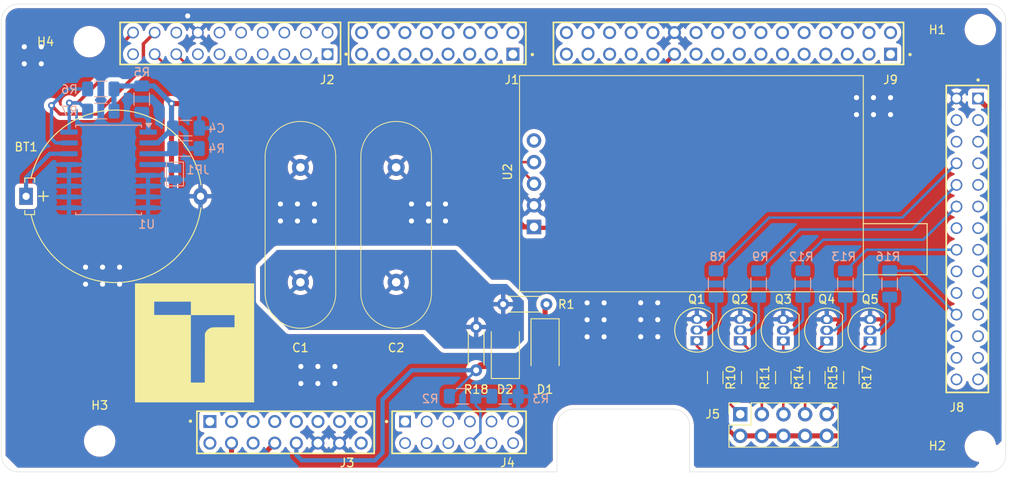
<source format=kicad_pcb>
(kicad_pcb (version 20240108) (generator "pcbnew") (generator_version "8.0")
  (layers (0 "F.Cu" signal) (31 "B.Cu" signal) (34 "B.Paste" user) (35 "F.Paste" user) (36 "B.SilkS" user "B.Silkscreen") (37 "F.SilkS" user "F.Silkscreen") (38 "B.Mask" user) (39 "F.Mask" user) (44 "Edge.Cuts" user))
  (net 0 "")
  (net 1 "GND")
  (net 2 "Net-(D2-A)")
  (net 3 "RESET_B")
  (net 4 "P2-6{slash}PWM1_A0")
  (net 5 "P2-0{slash}ENC_B")
  (net 6 "P1-22{slash}ENC_A")
  (net 7 "ADC0-A0")
  (net 8 "P2-7{slash}PWM1_B0")
  (net 9 "ADC0-A3")
  (net 10 "P2-4{slash}PWM1_A1")
  (net 11 "P2-5{slash}PWM1_B1")
  (net 12 "P2-2{slash}PWM1_A2")
  (net 13 "P2-3{slash}PWM1_B2")
  (net 14 "P0-23{slash}P1-22")
  (net 15 "P4-12{slash}P0-21")
  (net 16 "ADC0-B0")
  (net 17 "P4-20{slash}P0-5")
  (net 18 "P0-15{slash}P2-0")
  (net 19 "OP-1-INN{slash}P0-4")
  (net 20 "P4-16{slash}P0-18")
  (net 21 "P0-22")
  (net 22 "OP-2-INN{slash}P1_10")
  (net 23 "OP-0-I{slash}P0-20")
  (net 24 "P0-14")
  (net 25 "P4-14{slash}D6")
  (net 26 "P4-21{slash}D13")
  (net 27 "P4-23{slash}D15")
  (net 28 "P4-22{slash}D14")
  (net 29 "P4-5{slash}BLK")
  (net 30 "P4-12{slash}D4")
  (net 31 "P4-20{slash}D12")
  (net 32 "P4-13{slash}D5")
  (net 33 "P4-15{slash}D7")
  (net 34 "P4-19{slash}D11")
  (net 35 "P4-7{slash}RST")
  (net 36 "P2-10{slash}D2")
  (net 37 "P4-18{slash}D10")
  (net 38 "P2-9{slash}D1")
  (net 39 "P2-8{slash}D0")
  (net 40 "P4-17{slash}D9")
  (net 41 "P4-6{slash}INT")
  (net 42 "P4-0{slash}FC2-SDA")
  (net 43 "P2-11{slash}D3")
  (net 44 "P4-1{slash}FC2-SCL")
  (net 45 "P0-9{slash}WR")
  (net 46 "P4-16{slash}D8")
  (net 47 "P0-12{slash}CS")
  (net 48 "P0-8{slash}RD")
  (net 49 "P0-7{slash}DC")
  (net 50 "P0-13{slash}TE")
  (net 51 "ADC1-B0")
  (net 52 "P0-24{slash}FC1-SDO")
  (net 53 "P5-4")
  (net 54 "VDDA")
  (net 55 "P0-10{slash}P2-4")
  (net 56 "P0-27{slash}FC1-CS1")
  (net 57 "P0-19{slash}TSI0_CH14")
  (net 58 "P0-25{slash}FC1-SCK")
  (net 59 "P0-26{slash}FC1-SDI")
  (net 60 "P1-1{slash}TSI0_CH1")
  (net 61 "P1_12{slash}TSI0_CH21")
  (net 62 "P0-28")
  (net 63 "P0-3{slash}P5_5")
  (net 64 "P1-0{slash}TSI0_CH0")
  (net 65 "P5-3{slash}P0-22")
  (net 66 "P5-2{slash}P0-14")
  (net 67 "P3-16{slash}P4-5")
  (net 68 "P3-19{slash}SAI1_RX_FS")
  (net 69 "P3-20{slash}SAI1_TXD0")
  (net 70 "P0-29")
  (net 71 "P3-17{slash}P4-13")
  (net 72 "P3-21{slash}SAI1_RXD0")
  (net 73 "P3-18{slash}SAI1_RX_BLCK")
  (net 74 "P4-3{slash}RXD2")
  (net 75 "P3-17{slash}SAI1_TX_FS")
  (net 76 "P1-2{slash}P2-3")
  (net 77 "P4-2{slash}TXD2")
  (net 78 "P1-21{slash}SAI1_MCLK")
  (net 79 "P0-30{slash}P4-13")
  (net 80 "P1-23{slash}P2-6")
  (net 81 "P1-21{slash}P2-7")
  (net 82 "P0-31")
  (net 83 "P1_11{slash}EZH_LCD_D7_CAMERA_D7")
  (net 84 "P3_3{slash}FC7_I2C_SCL")
  (net 85 "P0_5{slash}EZH_CAMERA_PCLK")
  (net 86 "P1_17{slash}EZH_LCD_D13")
  (net 87 "P1_4{slash}EZH_LCD_D0_CAMERA_D0")
  (net 88 "P2_0{slash}EZH_LCD_WR")
  (net 89 "P4_4{slash}EZH_LCD_CS")
  (net 90 "P1_7{slash}EZH_LCD_D3_CAMERA_D3")
  (net 91 "P1_6{slash}EZH_LCD_D2_CAMERA_D2")
  (net 92 "P5_8")
  (net 93 "P2_2{slash}CAMERA_CLKIN")
  (net 94 "P1_5{slash}EZH_LCD_D1_CAMERA_D1")
  (net 95 "P1_22{slash}EZH_LCD_DC")
  (net 96 "P1_15{slash}EZH_LCD_D11")
  (net 97 "P1_8{slash}FC4_P0_UART_RXD_MCULINK")
  (net 98 "P1_16{slash}EZH_LCD_D12")
  (net 99 "P1_23{slash}EZH_LCD_RD")
  (net 100 "P1_12{slash}EZH_LCD_D8")
  (net 101 "P1_14{slash}EZH_LCD_D10")
  (net 102 "P3_5{slash}EZH_LCD_D5_CAMERA_D5")
  (net 103 "P1_13{slash}EZH_LCD_D9")
  (net 104 "P5_9")
  (net 105 "P1_18{slash}EZH_LCD_D14_CAMERA_PDOWN")
  (net 106 "P1_9{slash}FC4_P1_UART_TXD_MCULINK")
  (net 107 "P3_4{slash}EZH_LCD_D4_CAMERA_D4")
  (net 108 "P1_10{slash}EZH_LCD_D6_CAMERA_D6")
  (net 109 "P0_4{slash}EZH_CAMERA_VSYNC")
  (net 110 "P0_11{slash}EZH_CAMERA_HSYNC")
  (net 111 "P1_19{slash}EZH_LCD_D15_CAMERA_RST")
  (net 112 "P3_2{slash}FC7_I2C_SDA")
  (net 113 "Net-(D1-K)")
  (net 114 "Net-(JP1-B)")
  (net 115 "Net-(U1-~{INT}{slash}SQW)")
  (net 116 "Net-(U1-32KHZ)")
  (net 118 "/control_diods/LED_Q1")
  (net 119 "/control_diods/LED_Q4")
  (net 120 "/control_diods/LED_Q2")
  (net 121 "/control_diods/LED_Q3")
  (net 122 "/control_diods/LED_Q5")
  (net 123 "Net-(Q1-B)")
  (net 124 "Net-(Q1-C)")
  (net 125 "Net-(Q2-B)")
  (net 126 "Net-(Q2-C)")
  (net 127 "Net-(Q3-B)")
  (net 128 "Net-(Q3-C)")
  (net 129 "Net-(Q4-C)")
  (net 130 "Net-(Q4-B)")
  (net 131 "Net-(Q5-B)")
  (net 132 "Net-(Q5-C)")
  (net 133 "+BATT")
  (net 134 "+3V3")
  (net 135 "+5V")
  (net 136 "P4-0{slash}P1-16")
  (net 137 "P4-1{slash}P1-17")
  (net 138 "5V-9V-IN")
  (net 139 "/GPS_module_external/GPS_PPS")
  (footprint "SSQ-xxx-03-T-D:SAMTEC_SSQ-108-XX-X-D" (layer "F.Cu") (at 132.330542 68.928172)
    (property "Reference" "J1")
    (property "Value" "SSQ-108-03-T-D")
  )
  (footprint "Resistor_SMD:R_1206_3216Metric_Pad1.30x1.75mm_HandSolder" (layer "F.Cu") (at 169 108.2 -90)
    (property "Reference" "R11")
    (property "Value" "1k")
  )
  (footprint "SSQ-xxx-03-T-D:SAMTEC_SSQ-114-03-T-D" (layer "F.Cu") (at 194.623542 91.909172 90)
    (property "Reference" "J8")
    (property "Value" "SSQ-114-03-T-D")
  )
  (footprint "Resistor_THT:R_Axial_DIN0204_L3.6mm_D1.6mm_P5.08mm_Horizontal" (layer "F.Cu") (at 145.15616 99.5789 180)
    (property "Reference" "R1")
    (property "Value" "10R")
  )
  (footprint "Resistor_SMD:R_1206_3216Metric_Pad1.30x1.75mm_HandSolder" (layer "F.Cu") (at 165 108.2 -90)
    (property "Reference" "R10")
    (property "Value" "1k")
  )
  (footprint "SSQ-xxx-03-T-D:SAMTEC_SSQ-106-03-T-D" (layer "F.Cu") (at 134.895542 114.635172 180)
    (property "Reference" "J4")
    (property "Value" "SSQ-106-03-T-D")
  )
  (footprint "MountingHole:MountingHole_3.2mm_M3" (layer "F.Cu") (at 92.655542 115.663872)
    (property "Reference" "H3")
    (property "Value" "MountingHole")
  )
  (footprint "SuperCapacitors:C_Radial_D8mm_W24mm_L14mm_P13.5mm" (layer "F.Cu") (at 116.25 93.75 90)
    (property "Reference" "C1")
    (property "Value" "0.33F")
  )
  (footprint "Package_TO_SOT_THT:TO-92_Inline" (layer "F.Cu") (at 173 103.9 90)
    (property "Reference" "Q3")
    (property "Value" "BC546")
  )
  (footprint "Resistor_SMD:R_1206_3216Metric_Pad1.30x1.75mm_HandSolder" (layer "F.Cu") (at 181 108.2 -90)
    (property "Reference" "R17")
    (property "Value" "1k")
  )
  (footprint "Diode_SMD:D_SMA" (layer "F.Cu") (at 140.331 104.8 90)
    (property "Reference" "D2")
    (property "Value" "RSX301L")
  )
  (footprint "Package_TO_SOT_THT:TO-92_Inline" (layer "F.Cu") (at 178.1 103.91 90)
    (property "Reference" "Q4")
    (property "Value" "BC546")
  )
  (footprint "MountingHole:MountingHole_3.2mm_M3" (layer "F.Cu") (at 196.153963 116.273472)
    (property "Reference" "H2")
    (property "Value" "MountingHole")
  )
  (footprint "Package_TO_SOT_THT:TO-92_Inline" (layer "F.Cu") (at 162.84 103.88 90)
    (property "Reference" "Q1")
    (property "Value" "BC546")
  )
  (footprint "SSQ-xxx-03-T-D:SAMTEC_SSQ-108-XX-X-D" (layer "F.Cu") (at 114.499542 114.635172 180)
    (property "Reference" "J3")
    (property "Value" "SSQ-108-03-T-D")
  )
  (footprint "Resistor_SMD:R_1206_3216Metric_Pad1.30x1.75mm_HandSolder" (layer "F.Cu") (at 173 108.2 -90)
    (property "Reference" "R14")
    (property "Value" "1k")
  )
  (footprint "Package_TO_SOT_THT:TO-92_Inline" (layer "F.Cu") (at 183.2 103.9 90)
    (property "Reference" "Q5")
    (property "Value" "BC546")
  )
  (footprint "Diode_SMD:D_SMA" (layer "F.Cu") (at 145 104.8 -90)
    (property "Reference" "D1")
    (property "Value" "RSX301L")
  )
  (footprint "Package_TO_SOT_THT:TO-92_Inline" (layer "F.Cu") (at 167.94 103.88 90)
    (property "Reference" "Q2")
    (property "Value" "BC546")
  )
  (footprint "SSQ-xxx-03-T-D:SAMTEC_SSQ-116-XX-X-D" (layer "F.Cu") (at 166.556532 68.928172)
    (property "Reference" "J9")
    (property "Value" "SSQ-116-03-T-D")
  )
  (footprint "LOGO" (layer "F.Cu") (at 103.795842 104.125872)
    (property "Reference" "G***" (hide yes))
    (property "Value" "LOGO" (hide yes))
  )
  (footprint "MountingHole:MountingHole_3.2mm_M3" (layer "F.Cu") (at 91.436342 68.724672)
    (property "Reference" "H4")
    (property "Value" "MountingHole")
  )
  (footprint "Resistor_THT:R_Axial_DIN0204_L3.6mm_D1.6mm_P5.08mm_Horizontal" (layer "F.Cu") (at 136.9 107.34 90)
    (property "Reference" "R18")
    (property "Value" "10R")
  )
  (footprint "Neo7M_Module_Lib:Neo-7M-Module" (layer "F.Cu") (at 143.7 90.5 90)
    (property "Reference" "U2")
    (property "Value" "NEO-7M-MODULE")
  )
  (footprint "Connector_PinSocket_2.54mm:PinSocket_2x05_P2.54mm_Vertical" (layer "F.Cu") (at 167.94 112.51 90)
    (property "Reference" "J5")
    (property "Value" "Conn_02x05_Odd_Even")
  )
  (footprint "MountingHole:MountingHole_3.2mm_M3" (layer "F.Cu") (at 196.153963 67.302272)
    (property "Reference" "H1")
    (property "Value" "MountingHole")
  )
  (footprint "Battery:Battery_Panasonic_CR2032-HFN_Horizontal_CircularHoles" (layer "F.Cu") (at 84.005 86.899878)
    (property "Reference" "BT1")
    (property "Value" "RTC_Battery")
  )
  (footprint "SuperCapacitors:C_Radial_D8mm_W24mm_L14mm_P13.5mm" (layer "F.Cu") (at 127.5 93.75 90)
    (property "Reference" "C2")
    (property "Value" "0.33F")
  )
  (footprint "Resistor_SMD:R_1206_3216Metric_Pad1.30x1.75mm_HandSolder" (layer "F.Cu") (at 177 108.2 -90)
    (property "Reference" "R15")
    (property "Value" "1k")
  )
  (footprint "SSQ-xxx-03-T-D:SAMTEC_SSQ-110-03-T-D" (layer "F.Cu") (at 108.009542 68.928172)
    (property "Reference" "J2")
    (property "Value" "SSQ-110-03-T-D")
  )
  (footprint "Resistor_SMD:R_1206_3216Metric_Pad1.30x1.75mm_HandSolder" (layer "B.Cu") (at 102.8 81.281607 180)
    (property "Reference" "R4")
    (property "Value" "1k")
  )
  (footprint "Resistor_SMD:R_1206_3216Metric_Pad1.30x1.75mm_HandSolder" (layer "B.Cu") (at 97.6 75.481607 -90)
    (property "Reference" "R5")
    (property "Value" "1k")
  )
  (footprint "Resistor_SMD:R_1206_3216Metric_Pad1.30x1.75mm_HandSolder" (layer "B.Cu") (at 165.1 97.2 -90)
    (property "Reference" "R8")
    (property "Value" "1k")
  )
  (footprint "Package_SO:SOIC-16W_7.5x10.3mm_P1.27mm" (layer "B.Cu") (at 93.7 83.8 180)
    (property "Reference" "U1")
    (property "Value" "DS3231M")
  )
  (footprint "Resistor_SMD:R_1206_3216Metric_Pad1.30x1.75mm_HandSolder" (layer "B.Cu") (at 180.3 97.2 -90)
    (property "Reference" "R13")
    (property "Value" "1k")
  )
  (footprint "Resistor_SMD:R_1206_3216Metric_Pad1.30x1.75mm_HandSolder" (layer "B.Cu") (at 135.3 110.4)
    (property "Reference" "R2")
    (property "Value" "18k")
  )
  (footprint "Jumper:SolderJumper-2_P1.3mm_Open_Pad1.0x1.5mm" (layer "B.Cu") (at 101.5 84.281607 90)
    (property "Reference" "JP1")
    (property "Value" "SolderJumper_2_Open")
  )
  (footprint "Resistor_SMD:R_1206_3216Metric_Pad1.30x1.75mm_HandSolder" (layer "B.Cu") (at 175.3 97.2 -90)
    (property "Reference" "R12")
    (property "Value" "1k")
  )
  (footprint "Resistor_SMD:R_1206_3216Metric_Pad1.30x1.75mm_HandSolder" (layer "B.Cu") (at 170.1 97.2 -90)
    (property "Reference" "R9")
    (property "Value" "1k")
  )
  (footprint "Resistor_SMD:R_1206_3216Metric_Pad1.30x1.75mm_HandSolder" (layer "B.Cu") (at 140.3 110.4 180)
    (property "Reference" "R3")
    (property "Value" "33k")
  )
  (footprint "Resistor_SMD:R_1206_3216Metric_Pad1.30x1.75mm_HandSolder" (layer "B.Cu") (at 185.5 97.2 -90)
    (property "Reference" "R16")
    (property "Value" "1k")
  )
  (footprint "Resistor_SMD:R_1206_3216Metric_Pad1.30x1.75mm_HandSolder" (layer "B.Cu") (at 92.79 74.281607 180)
    (property "Reference" "R6")
    (property "Value" "1k")
  )
  (footprint "Capacitor_SMD:C_1206_3216Metric_Pad1.33x1.80mm_HandSolder" (layer "B.Cu") (at 102.8 78.881607)
    (property "Reference" "C4")
    (property "Value" "100n")
  )
  (footprint "Resistor_SMD:R_1206_3216Metric_Pad1.30x1.75mm_HandSolder" (layer "B.Cu") (at 92.79 76.881607 180)
    (property "Reference" "R7")
    (property "Value" "1k")
  )
  (gr_arc (start 159.999999 111.900001) (mid 161.414213 112.485787) (end 161.999999 113.900001) (stroke (width 0.05)) (layer "Edge.Cuts"))
  (gr_line (start 146.400001 113.900001) (end 146.4 119.285873) (stroke (width 0.05)) (layer "Edge.Cuts"))
  (gr_line (start 197.155842 64.3) (end 83.1 64.3) (stroke (width 0.05)) (layer "Edge.Cuts"))
  (gr_arc (start 146.400001 113.900001) (mid 146.985787 112.485787) (end 148.400001 111.900001) (stroke (width 0.05)) (layer "Edge.Cuts"))
  (gr_line (start 199.145842 117.285872) (end 199.155842 66.3) (stroke (width 0.05)) (layer "Edge.Cuts"))
  (gr_line (start 162 119.285872) (end 197.145842 119.285872) (stroke (width 0.05)) (layer "Edge.Cuts"))
  (gr_arc (start 83.100001 119.285872) (mid 81.685787 118.700086) (end 81.100001 117.285872) (stroke (width 0.05)) (layer "Edge.Cuts"))
  (gr_line (start 148.400001 111.900001) (end 159.999999 111.900001) (stroke (width 0.05)) (layer "Edge.Cuts"))
  (gr_arc (start 199.145842 117.285872) (mid 198.560056 118.700086) (end 197.145842 119.285872) (stroke (width 0.05)) (layer "Edge.Cuts"))
  (gr_arc (start 197.155842 64.3) (mid 198.570056 64.885786) (end 199.155842 66.3) (stroke (width 0.05)) (layer "Edge.Cuts"))
  (gr_line (start 161.999999 113.900001) (end 162 119.285872) (stroke (width 0.05)) (layer "Edge.Cuts"))
  (gr_line (start 81.1 66.3) (end 81.100001 117.285872) (stroke (width 0.05)) (layer "Edge.Cuts"))
  (gr_arc (start 81.1 66.3) (mid 81.685786 64.885786) (end 83.1 64.3) (stroke (width 0.05)) (layer "Edge.Cuts"))
  (gr_line (start 146.4 119.285873) (end 83.100001 119.285872) (stroke (width 0.05)) (layer "Edge.Cuts"))
  (via (at 83.795842 71.325872) (size 1) (drill 0.6) (layers "F.Cu" "B.Cu") (net 1))
  (via (at 92.995842 95.225872) (size 1) (drill 0.6) (layers "F.Cu" "B.Cu") (net 1))
  (via (at 158.24 101.4) (size 1) (drill 0.6) (layers "F.Cu" "B.Cu") (net 1))
  (via (at 129.3 87.8) (size 1) (drill 0.6) (layers "F.Cu" "B.Cu") (net 1))
  (via (at 185.6 77.3) (size 1) (drill 0.6) (layers "F.Cu" "B.Cu") (net 1))
  (via (at 131.3 87.8) (size 1) (drill 0.6) (layers "F.Cu" "B.Cu") (net 1))
  (via (at 115.9 87.8) (size 1) (drill 0.6) (layers "F.Cu" "B.Cu") (net 1))
  (via (at 183.6 77.3) (size 1) (drill 0.6) (layers "F.Cu" "B.Cu") (net 1))
  (via (at 116.3 106.9) (size 1) (drill 0.6) (layers "F.Cu" "B.Cu") (net 1))
  (via (at 85.795842 69.325872) (size 1) (drill 0.6) (layers "F.Cu" "B.Cu") (net 1))
  (via (at 151.94 99.42) (size 1) (drill 0.6) (layers "F.Cu" "B.Cu") (net 1))
  (via (at 113.9 87.8) (size 1) (drill 0.6) (layers "F.Cu" "B.Cu") (net 1))
  (via (at 90.995842 97.225872) (size 1) (drill 0.6) (layers "F.Cu" "B.Cu") (net 1))
  (via (at 117.9 87.8) (size 1) (drill 0.6) (layers "F.Cu" "B.Cu") (net 1))
  (via (at 118.3 108.9) (size 1) (drill 0.6) (layers "F.Cu" "B.Cu") (net 1))
  (via (at 181.6 75.3) (size 1) (drill 0.6) (layers "F.Cu" "B.Cu") (net 1))
  (via (at 117.9 89.8) (size 1) (drill 0.6) (layers "F.Cu" "B.Cu") (net 1))
  (via (at 90.995842 95.225872) (size 1) (drill 0.6) (layers "F.Cu" "B.Cu") (net 1))
  (via (at 149.94 101.41) (size 1) (drill 0.6) (layers "F.Cu" "B.Cu") (net 1))
  (via (at 183.6 75.3) (size 1) (drill 0.6) (layers "F.Cu" "B.Cu") (net 1))
  (via (at 185.6 75.3) (size 1) (drill 0.6) (layers "F.Cu" "B.Cu") (net 1))
  (via (at 151.94 101.41) (size 1) (drill 0.6) (layers "F.Cu" "B.Cu") (net 1))
  (via (at 149.94 103.41) (size 1) (drill 0.6) (layers "F.Cu" "B.Cu") (net 1))
  (via (at 94.995842 95.225872) (size 1) (drill 0.6) (layers "F.Cu" "B.Cu") (net 1))
  (via (at 156.24 101.4) (size 1) (drill 0.6) (layers "F.Cu" "B.Cu") (net 1))
  (via (at 181.6 77.3) (size 1) (drill 0.6) (layers "F.Cu" "B.Cu") (net 1))
  (via (at 83.795842 69.325872) (size 1) (drill 0.6) (layers "F.Cu" "B.Cu") (net 1))
  (via (at 116.3 108.9) (size 1) (drill 0.6) (layers "F.Cu" "B.Cu") (net 1))
  (via (at 156.24 99.41) (size 1) (drill 0.6) (layers "F.Cu" "B.Cu") (net 1))
  (via (at 158.24 103.4) (size 1) (drill 0.6) (layers "F.Cu" "B.Cu") (net 1))
  (via (at 118.3 106.9) (size 1) (drill 0.6) (layers "F.Cu" "B.Cu") (net 1))
  (via (at 149.94 99.42) (size 1) (drill 0.6) (layers "F.Cu" "B.Cu") (net 1))
  (via (at 151.94 103.41) (size 1) (drill 0.6) (layers "F.Cu" "B.Cu") (net 1))
  (via (at 120.3 108.9) (size 1) (drill 0.6) (layers "F.Cu" "B.Cu") (net 1))
  (via (at 103 65.7) (size 1) (drill 0.6) (layers "F.Cu" "B.Cu") (net 1))
  (via (at 113.9 89.8) (size 1) (drill 0.6) (layers "F.Cu" "B.Cu") (net 1))
  (via (at 158.24 99.41) (size 1) (drill 0.6) (layers "F.Cu" "B.Cu") (net 1))
  (via (at 131.3 89.8) (size 1) (drill 0.6) (layers "F.Cu" "B.Cu") (net 1))
  (via (at 133.3 87.8) (size 1) (drill 0.6) (layers "F.Cu" "B.Cu") (net 1))
  (via (at 120.3 106.9) (size 1) (drill 0.6) (layers "F.Cu" "B.Cu") (net 1))
  (via (at 129.3 89.8) (size 1) (drill 0.6) (layers "F.Cu" "B.Cu") (net 1))
  (via (at 92.995842 97.225872) (size 1) (drill 0.6) (layers "F.Cu" "B.Cu") (net 1))
  (via (at 94.995842 97.225872) (size 1) (drill 0.6) (layers "F.Cu" "B.Cu") (net 1))
  (via (at 85.795842 71.325872) (size 1) (drill 0.6) (layers "F.Cu" "B.Cu") (net 1))
  (via (at 133.3 89.8) (size 1) (drill 0.6) (layers "F.Cu" "B.Cu") (net 1))
  (via (at 156.24 103.4) (size 1) (drill 0.6) (layers "F.Cu" "B.Cu") (net 1))
  (via (at 115.9 89.8) (size 1) (drill 0.6) (layers "F.Cu" "B.Cu") (net 1))
  (segment (start 136.165542 115.905172) (end 137.4 114.670714) (width 0.3) (layer "B.Cu") (net 21))
  (segment (start 136.85 111.45) (end 136.85 110.4) (width 0.3) (layer "B.Cu") (net 21))
  (segment (start 137.4 114.670714) (end 137.4 112) (width 0.3) (layer "B.Cu") (net 21))
  (segment (start 136.85 110.4) (end 138.75 110.4) (width 0.3) (layer "B.Cu") (net 21))
  (segment (start 137.4 112) (end 136.85 111.45) (width 0.3) (layer "B.Cu") (net 21))
  (segment (start 188.20437 95.65) (end 193.353542 100.799172) (width 0.3) (layer "B.Cu") (net 40))
  (segment (start 185.5 95.65) (end 188.20437 95.65) (width 0.3) (layer "B.Cu") (net 40))
  (segment (start 182.770828 93.179172) (end 193.353542 93.179172) (width 0.3) (layer "B.Cu") (net 43))
  (segment (start 180.3 95.65) (end 182.770828 93.179172) (width 0.3) (layer "B.Cu") (net 43))
  (segment (start 170.1 95.65) (end 174.95 90.8) (width 0.3) (layer "B.Cu") (net 45))
  (segment (start 188.112714 90.8) (end 193.353542 85.559172) (width 0.3) (layer "B.Cu") (net 45))
  (segment (start 174.95 90.8) (end 188.112714 90.8) (width 0.3) (layer "B.Cu") (net 45))
  (segment (start 165.1 95.65) (end 171.35 89.4) (width 0.3) (layer "B.Cu") (net 49))
  (segment (start 171.35 89.4) (end 186.972714 89.4) (width 0.3) (layer "B.Cu") (net 49))
  (segment (start 186.972714 89.4) (end 193.353542 83.019172) (width 0.3) (layer "B.Cu") (net 49))
  (segment (start 175.3 94.4) (end 177.7 92) (width 0.3) (layer "B.Cu") (net 50))
  (segment (start 175.3 95.65) (end 175.3 94.4) (width 0.3) (layer "B.Cu") (net 50))
  (segment (start 189.452714 92) (end 193.353542 88.099172) (width 0.3) (layer "B.Cu") (net 50))
  (segment (start 177.7 92) (end 189.452714 92) (width 0.3) (layer "B.Cu") (net 50))
  (segment (start 141.54 77.04) (end 136.9 72.4) (width 0.3) (layer "F.Cu") (net 60))
  (segment (start 103.86137 72.4) (end 101.659542 70.198172) (width 0.3) (layer "F.Cu") (net 60))
  (segment (start 143.7 82.88) (end 142.18 82.88) (width 0.3) (layer "F.Cu") (net 60))
  (segment (start 136.9 72.4) (end 103.86137 72.4) (width 0.3) (layer "F.Cu") (net 60))
  (segment (start 142.18 82.88) (end 141.54 82.24) (width 0.3) (layer "F.Cu") (net 60))
  (segment (start 141.54 82.24) (end 141.54 77.04) (width 0.3) (layer "F.Cu") (net 60))
  (segment (start 101.92137 73) (end 136.6 73) (width 0.3) (layer "F.Cu") (net 64))
  (segment (start 143.7 85.3) (end 143.7 85.42) (width 0.3) (layer "F.Cu") (net 64))
  (segment (start 140.94 82.54) (end 143.7 85.3) (width 0.3) (layer "F.Cu") (net 64))
  (segment (start 136.6 73) (end 140.94 77.34) (width 0.3) (layer "F.Cu") (net 64))
  (segment (start 99.119542 70.198172) (end 101.92137 73) (width 0.3) (layer "F.Cu") (net 64))
  (segment (start 140.94 77.34) (end 140.94 82.54) (width 0.3) (layer "F.Cu") (net 64))
  (segment (start 145 102.8) (end 145 99.73506) (width 0.6) (layer "F.Cu") (net 113))
  (segment (start 145 99.73506) (end 145.15616 99.5789) (width 0.6) (layer "F.Cu") (net 113))
  (segment (start 145 99.73506) (end 145.15616 99.5789) (width 0.5) (layer "B.Cu") (net 113))
  (segment (start 101.033393 83.165) (end 101.5 83.631607) (width 0.6) (layer "B.Cu") (net 114))
  (segment (start 98.38 83.165) (end 101.033393 83.165) (width 0.6) (layer "B.Cu") (net 114))
  (segment (start 98.38 81.895) (end 100.636607 81.895) (width 0.6) (layer "B.Cu") (net 115))
  (segment (start 100.636607 81.895) (end 101.25 81.281607) (width 0.6) (layer "B.Cu") (net 115))
  (segment (start 98.38 77.811607) (end 98.38 79.355) (width 0.6) (layer "B.Cu") (net 116))
  (segment (start 97.6 77.031607) (end 98.38 77.811607) (width 0.6) (layer "B.Cu") (net 116))
  (segment (start 165.18 109.75) (end 167.94 112.51) (width 0.3) (layer "F.Cu") (net 118))
  (segment (start 165 109.75) (end 165.18 109.75) (width 0.3) (layer "F.Cu") (net 118))
  (segment (start 177 109.75) (end 175.56 111.19) (width 0.3) (layer "F.Cu") (net 119))
  (segment (start 175.56 111.19) (end 175.56 112.51) (width 0.3) (layer "F.Cu") (net 119))
  (segment (start 169 109.75) (end 170.48 111.23) (width 0.3) (layer "F.Cu") (net 120))
  (segment (start 170.48 111.23) (end 170.48 112.51) (width 0.3) (layer "F.Cu") (net 120))
  (segment (start 173 112.49) (end 173.02 112.51) (width 0.3) (layer "F.Cu") (net 121))
  (segment (start 173 109.75) (end 173 112.49) (width 0.3) (layer "F.Cu") (net 121))
  (segment (start 181 109.75) (end 180.86 109.75) (width 0.3) (layer "F.Cu") (net 122))
  (segment (start 180.86 109.75) (end 178.1 112.51) (width 0.3) (layer "F.Cu") (net 122))
  (segment (start 162.84 102.61) (end 164.09 102.61) (width 0.3) (layer "B.Cu") (net 123))
  (segment (start 165.1 101.6) (end 165.1 98.75) (width 0.3) (layer "B.Cu") (net 123))
  (segment (start 164.09 102.61) (end 165.1 101.6) (width 0.3) (layer "B.Cu") (net 123))
  (segment (start 165 106.65) (end 162.84 104.49) (width 0.3) (layer "F.Cu") (net 124))
  (segment (start 162.84 104.49) (end 162.84 103.88) (width 0.3) (layer "F.Cu") (net 124))
  (segment (start 167.94 102.61) (end 169.09 102.61) (width 0.3) (layer "B.Cu") (net 125))
  (segment (start 170.1 101.6) (end 170.1 98.75) (width 0.3) (layer "B.Cu") (net 125))
  (segment (start 169.09 102.61) (end 170.1 101.6) (width 0.3) (layer "B.Cu") (net 125))
  (segment (start 169 104.94) (end 167.94 103.88) (width 0.3) (layer "F.Cu") (net 126))
  (segment (start 169 106.65) (end 169 104.94) (width 0.3) (layer "F.Cu") (net 126))
  (segment (start 173 102.63) (end 174.1475 102.63) (width 0.3) (layer "B.Cu") (net 127))
  (segment (start 174.1475 102.63) (end 175.3 101.4775) (width 0.3) (layer "B.Cu") (net 127))
  (segment (start 175.3 101.4775) (end 175.3 98.75) (width 0.3) (layer "B.Cu") (net 127))
  (segment (start 173 106.65) (end 173 103.9) (width 0.3) (layer "F.Cu") (net 128))
  (segment (start 177 106.65) (end 177 105.01) (width 0.3) (layer "F.Cu") (net 129))
  (segment (start 177 105.01) (end 178.1 103.91) (width 0.3) (layer "F.Cu") (net 129))
  (segment (start 178.1 102.64) (end 179.06 102.64) (width 0.3) (layer "B.Cu") (net 130))
  (segment (start 179.06 102.64) (end 180.3 101.4) (width 0.3) (layer "B.Cu") (net 130))
  (segment (start 180.3 101.4) (end 180.3 98.75) (width 0.3) (layer "B.Cu") (net 130))
  (segment (start 184.2475 102.63) (end 185.5 101.3775) (width 0.3) (layer "B.Cu") (net 131))
  (segment (start 183.2 102.63) (end 184.2475 102.63) (width 0.3) (layer "B.Cu") (net 131))
  (segment (start 185.5 101.3775) (end 185.5 98.75) (width 0.3) (layer "B.Cu") (net 131))
  (segment (start 181 106.65) (end 181 106.1) (width 0.3) (layer "F.Cu") (net 132))
  (segment (start 181 106.1) (end 183.2 103.9) (width 0.3) (layer "F.Cu") (net 132))
  (segment (start 84.005 84.695) (end 86.805 81.895) (width 0.5) (layer "B.Cu") (net 133))
  (segment (start 84.005 86.899878) (end 84.005 84.695) (width 0.5) (layer "B.Cu") (net 133))
  (segment (start 86.805 81.895) (end 89.08 81.895) (width 0.5) (layer "B.Cu") (net 133))
  (segment (start 137.4 78.9) (end 137.4 85.37) (width 0.6) (layer "F.Cu") (net 134))
  (segment (start 101.1 76) (end 134.5 76) (width 0.6) (layer "F.Cu") (net 134))
  (segment (start 156.44 108.51) (end 160.74 108.51) (width 0.5) (layer "F.Cu") (net 134))
  (segment (start 134.5 76) (end 137.4 78.9) (width 0.6) (layer "F.Cu") (net 134))
  (segment (start 150.9 73.9) (end 156.504704 73.9) (width 0.5) (layer "F.Cu") (net 134))
  (segment (start 149.4 75.4) (end 150.9 73.9) (width 0.5) (layer "F.Cu") (net 134))
  (segment (start 195.695842 111.225872) (end 190.295842 111.225872) (width 0.6) (layer "F.Cu") (net 134))
  (segment (start 154.34 98.04) (end 154.34 106.41) (width 0.5) (layer "F.Cu") (net 134))
  (segment (start 173.02 115.05) (end 170.48 115.05) (width 0.6) (layer "F.Cu") (net 134))
  (segment (start 146.9 90.6) (end 149.4 88.1) (width 0.5) (layer "F.Cu") (net 134))
  (segment (start 108.14 117.625872) (end 108.149542 117.61633) (width 0.6) (layer "F.Cu") (net 134))
  (segment (start 149.4 88.1) (end 149.4 75.4) (width 0.5) (layer "F.Cu") (net 134))
  (segment (start 102.925872 117.625872) (end 108.14 117.625872) (width 0.6) (layer "F.Cu") (net 134))
  (segment (start 143.8 90.6) (end 146.9 90.6) (width 0.5) (layer "F.Cu") (net 134))
  (segment (start 170.48 115.05) (end 167.94 115.05) (width 0.6) (layer "F.Cu") (net 134))
  (segment (start 175.56 115.05) (end 173.02 115.05) (width 0.6) (layer "F.Cu") (net 134))
  (segment (start 156.504704 73.9) (end 160.206532 70.198172) (width 0.5) (layer "F.Cu") (net 134))
  (segment (start 111.508842 117.625872) (end 113.229542 115.905172) (width 0.6) (layer "F.Cu") (net 134))
  (segment (start 190.295842 111.225872) (end 186.471714 115.05) (width 0.6) (layer "F.Cu") (net 134))
  (segment (start 108.14 117.625872) (end 111.508842 117.625872) (width 0.6) (layer "F.Cu") (net 134))
  (segment (start 195.893542 75.399172) (end 197.9 77.40563) (width 0.6) (layer "F.Cu") (net 134))
  (segment (start 142.53 90.5) (end 143.7 90.5) (width 0.6) (layer "F.Cu") (net 134))
  (segment (start 197.9 109.021714) (end 195.695842 111.225872) (width 0.6) (layer "F.Cu") (net 134))
  (segment (start 167.28 115.05) (end 167.94 115.05) (width 0.5) (layer "F.Cu") (net 134))
  (segment (start 101.1 115.8) (end 102.925872 117.625872) (width 0.6) (layer "F.Cu") (net 134))
  (segment (start 178.1 115.05) (end 175.56 115.05) (width 0.6) (layer "F.Cu") (net 134))
  (segment (start 154.34 106.41) (end 156.44 108.51) (width 0.5) (layer "F.Cu") (net 134))
  (segment (start 143.7 90.5) (end 143.8 90.6) (width 0.5) (layer "F.Cu") (net 134))
  (segment (start 137.4 85.37) (end 142.53 90.5) (width 0.6) (layer "F.Cu") (net 134))
  (segment (start 197.9 77.40563) (end 197.9 109.021714) (width 0.6) (layer "F.Cu") (net 134))
  (segment (start 146.9 90.6) (end 154.34 98.04) (width 0.5) (layer "F.Cu") (net 134))
  (segment (start 101.1 76) (end 101.1 115.8) (width 0.6) (layer "F.Cu") (net 134))
  (segment (start 160.74 108.51) (end 167.28 115.05) (width 0.5) (layer "F.Cu") (net 134))
  (segment (start 108.149542 117.61633) (end 108.149542 115.905172) (width 0.6) (layer "F.Cu") (net 134))
  (segment (start 186.471714 115.05) (end 178.1 115.05) (width 0.6) (layer "F.Cu") (net 134))
  (via (at 101.1 76) (size 0.8) (drill 0.4) (layers "F.Cu" "B.Cu") (net 134))
  (segment (start 99.494107 80.625) (end 101.2375 78.881607) (width 0.6) (layer "B.Cu") (net 134))
  (segment (start 103.1 81.281607) (end 104.35 81.281607) (width 0.6) (layer "B.Cu") (net 134))
  (segment (start 97.6 73.931607) (end 94.69 73.931607) (width 0.6) (layer "B.Cu") (net 134))
  (segment (start 94.69 73.931607) (end 94.34 74.281607) (width 0.6) (layer "B.Cu") (net 134))
  (segment (start 101.097439 76.002561) (end 101.097439 78.741546) (width 0.6) (layer "B.Cu") (net 134))
  (segment (start 102.8 80.981607) (end 103.1 81.281607) (width 0.6) (layer "B.Cu") (net 134))
  (segment (start 94.34 74.281607) (end 94.34 76.881607) (width 0.6) (layer "B.Cu") (net 134))
  (segment (start 98.38 80.625) (end 99.494107 80.625) (width 0.6) (layer "B.Cu") (net 134))
  (segment (start 102.8 79.481607) (end 102.8 80.981607) (width 0.6) (layer "B.Cu") (net 134))
  (segment (start 101.2375 78.881607) (end 102.2 78.881607) (width 0.6) (layer "B.Cu") (net 134))
  (segment (start 101.097439 78.741546) (end 101.2375 78.881607) (width 0.6) (layer "B.Cu") (net 134))
  (segment (start 102.2 78.881607) (end 102.8 79.481607) (width 0.6) (layer "B.Cu") (net 134))
  (segment (start 99.031607 73.931607) (end 97.6 73.931607) (width 0.6) (layer "B.Cu") (net 134))
  (segment (start 101.1 76) (end 101.097439 76.002561) (width 0.6) (layer "B.Cu") (net 134))
  (segment (start 101.1 76) (end 99.031607 73.931607) (width 0.6) (layer "B.Cu") (net 134))
  (segment (start 140.331 106.8) (end 137.44 106.8) (width 0.8) (layer "F.Cu") (net 135))
  (segment (start 145 106.8) (end 140.331 106.8) (width 0.8) (layer "F.Cu") (net 135))
  (segment (start 137.44 106.8) (end 136.9 107.34) (width 0.8) (layer "F.Cu") (net 135))
  (segment (start 116.395842 117.925872) (end 115.769542 117.299572) (width 0.5) (layer "B.Cu") (net 135))
  (segment (start 115.769542 117.299572) (end 115.769542 115.905172) (width 0.5) (layer "B.Cu") (net 135))
  (segment (start 129.36 107.34) (end 125.9 110.8) (width 0.5) (layer "B.Cu") (net 135))
  (segment (start 125.9 117.021714) (end 124.995842 117.925872) (width 0.5) (layer "B.Cu") (net 135))
  (segment (start 133.75 110.4) (end 133.84 110.4) (width 0.3) (layer "B.Cu") (net 135))
  (segment (start 133.84 110.4) (end 136.9 107.34) (width 0.3) (layer "B.Cu") (net 135))
  (segment (start 124.995842 117.925872) (end 116.395842 117.925872) (width 0.5) (layer "B.Cu") (net 135))
  (segment (start 125.9 110.8) (end 125.9 117.021714) (width 0.5) (layer "B.Cu") (net 135))
  (segment (start 136.9 107.34) (end 129.36 107.34) (width 0.5) (layer "B.Cu") (net 135))
  (segment (start 87.995842 77.225872) (end 92.295842 77.225872) (width 0.4) (layer "F.Cu") (net 136))
  (segment (start 86.995842 76.225872) (end 87.995842 77.225872) (width 0.4) (layer "F.Cu") (net 136))
  (segment (start 97.795842 68.981872) (end 99.119542 67.658172) (width 0.4) (layer "F.Cu") (net 136))
  (segment (start 92.295842 77.225872) (end 97.795842 71.725872) (width 0.4) (layer "F.Cu") (net 136))
  (segment (start 97.795842 71.725872) (end 97.795842 68.981872) (width 0.4) (layer "F.Cu") (net 136))
  (via (at 86.995842 76.225872) (size 0.8) (drill 0.4) (layers "F.Cu" "B.Cu") (net 136))
  (segment (start 87 80.120759) (end 87.504241 80.625) (width 0.4) (layer "B.Cu") (net 136))
  (segment (start 86.995842 76.225872) (end 86.995842 78.577449) (width 0.4) (layer "B.Cu") (net 136))
  (segment (start 87 78.581607) (end 87 80.120759) (width 0.4) (layer "B.Cu") (net 136))
  (segment (start 86.995842 78.577449) (end 87 78.581607) (width 0.4) (layer "B.Cu") (net 136))
  (segment (start 87.504241 80.625) (end 89.08 80.625) (width 0.4) (layer "B.Cu") (net 136))
  (segment (start 88.940107 74.281607) (end 91.24 74.281607) (width 0.4) (layer "B.Cu") (net 136))
  (segment (start 86.995842 76.225872) (end 88.940107 74.281607) (width 0.4) (layer "B.Cu") (net 136))
  (segment (start 90.055735 75.925872) (end 95.195842 70.785765) (width 0.4) (layer "F.Cu") (net 137))
  (segment (start 89.095842 75.925872) (end 90.055735 75.925872) (width 0.4) (layer "F.Cu") (net 137))
  (segment (start 95.195842 70.785765) (end 95.195842 69.041872) (width 0.4) (layer "F.Cu") (net 137))
  (segment (start 95.195842 69.041872) (end 96.579542 67.658172) (width 0.4) (layer "F.Cu") (net 137))
  (via (at 89.095842 75.925872) (size 0.8) (drill 0.4) (layers "F.Cu" "B.Cu") (net 137))
  (segment (start 89.08 75.941714) (end 89.08 79.355) (width 0.4) (layer "B.Cu") (net 137))
  (segment (start 89.095842 75.925872) (end 90.284265 75.925872) (width 0.4) (layer "B.Cu") (net 137))
  (segment (start 89.095842 75.925872) (end 89.08 75.941714) (width 0.4) (layer "B.Cu") (net 137))
  (segment (start 90.284265 75.925872) (end 91.24 76.881607) (width 0.4) (layer "B.Cu") (net 137))
  (zone (net 0) (net_name "") (layers "F&B.Cu") (connect_pads (clearance 0)) (min_thickness 0.25)
    (keepout (tracks not_allowed) (vias not_allowed) (pads not_allowed) (copperpour not_allowed) (footprints allowed))
    (fill (thermal_gap 0.5) (thermal_bridge_width 0.5))
    (polygon (pts (xy 197.068541 64.288187) (xy 197.068526 64.288172) (xy 197.068541 64.288157) (xy 197.329596 64.305266) (xy 197.586184 64.356304) (xy 197.833916 64.440396) (xy 198.068552 64.556105) (xy 198.286077 64.70145) (xy 198.482769 64.873945) (xy 198.655264 65.070638) (xy 198.800609 65.288163) (xy 198.916318 65.522799) (xy 199.000411 65.770531) (xy 199.051448 66.027119) (xy 199.068557 66.288174) (xy 199.068542 66.288189) (xy 199.068527 66.288174) (xy 199.068527 66.157088) (xy 199.034308 65.897158) (xy 198.966454 65.643919) (xy 198.866126 65.401703) (xy 198.73504 65.174654) (xy 198.57544 64.966659) (xy 198.390056 64.781275) (xy 198.182061 64.621674) (xy 197.955012 64.490589) (xy 197.712796 64.39026) (xy 197.459557 64.322406) (xy 197.199627 64.288187)))
  )
  (zone (net 1) (net_name "GND") (layers "F&B.Cu") (name "GND_PLANE_0") (connect_pads (clearance 0.5)) (min_thickness 0.25) (fill yes (thermal_gap 0.5) (thermal_bridge_width 0.5))
    (polygon (pts (xy 196.724 64.608) (xy 198.883 66.767) (xy 198.883 115.408) (xy 195.2 119.091) (xy 163.069 119.091) (xy 162.307 118.329) (xy 162.307 113.122) (xy 160.91 111.725) (xy 147.575 111.725) (xy 146.178 113.122) (xy 146.178 117.694) (xy 144.908 118.964) (xy 83.186 118.964) (xy 81.408 117.186) (xy 81.408 65.878) (xy 82.678 64.608)))
  )
  (zone (net 0) (net_name "") (layers "F&B.Cu") (connect_pads (clearance 0)) (min_thickness 0.25)
    (keepout (tracks not_allowed) (vias not_allowed) (pads not_allowed) (copperpour not_allowed) (footprints allowed))
    (fill (thermal_gap 0.5) (thermal_bridge_width 0.5))
    (polygon (pts (xy 197.104322 119.166316) (xy 197.164522 119.205005) (xy 197.194249 119.270098) (xy 197.184065 119.34093) (xy 197.137203 119.395011) (xy 197.068542 119.415172) (xy 161.868542 119.415172) (xy 161.832762 119.410028) (xy 161.772562 119.371339) (xy 161.742835 119.306246) (xy 161.753019 119.235414) (xy 161.799881 119.181333) (xy 161.868542 119.161172) (xy 197.068542 119.161172)))
  )
  (zone (net 0) (net_name "") (layers "F&B.Cu") (connect_pads (clearance 0)) (min_thickness 0.25)
    (keepout (tracks not_allowed) (vias not_allowed) (pads not_allowed) (copperpour not_allowed) (footprints allowed))
    (fill (thermal_gap 0.5) (thermal_bridge_width 0.5))
    (polygon (pts (xy 159.868541 111.988187) (xy 159.868526 111.988172) (xy 159.868541 111.988157) (xy 160.129596 112.005266) (xy 160.386184 112.056304) (xy 160.633916 112.140396) (xy 160.868552 112.256105) (xy 161.086077 112.40145) (xy 161.282769 112.573945) (xy 161.455264 112.770638) (xy 161.600609 112.988163) (xy 161.716318 113.222799) (xy 161.800411 113.470531) (xy 161.851448 113.727119) (xy 161.868557 113.988174) (xy 161.868542 113.988189) (xy 161.868527 113.988174) (xy 161.868527 113.857088) (xy 161.834308 113.597158) (xy 161.766454 113.343919) (xy 161.666126 113.101703) (xy 161.53504 112.874654) (xy 161.37544 112.666659) (xy 161.190056 112.481275) (xy 160.982061 112.321674) (xy 160.755012 112.190589) (xy 160.512796 112.09026) (xy 160.259557 112.022406) (xy 159.999627 111.988187)))
  )
  (zone (net 0) (net_name "") (layers "F&B.Cu") (connect_pads (clearance 0)) (min_thickness 0.25)
    (keepout (tracks not_allowed) (vias not_allowed) (pads not_allowed) (copperpour not_allowed) (footprints allowed))
    (fill (thermal_gap 0.5) (thermal_bridge_width 0.5))
    (polygon (pts (xy 197.068553 119.288161) (xy 197.068557 119.288172) (xy 197.068553 119.288183) (xy 197.068542 119.288187) (xy 161.868542 119.288187) (xy 161.868531 119.288183) (xy 161.868527 119.288172) (xy 161.868531 119.288161) (xy 161.868542 119.288157) (xy 197.068542 119.288157)))
  )
  (zone (net 0) (net_name "") (layers "F&B.Cu") (connect_pads (clearance 0)) (min_thickness 0.25)
    (keepout (tracks not_allowed) (vias not_allowed) (pads not_allowed) (copperpour not_allowed) (footprints allowed))
    (fill (thermal_gap 0.5) (thermal_bridge_width 0.5))
    (polygon (pts (xy 199.068527 117.288171) (xy 199.068542 117.288156) (xy 199.068557 117.288171) (xy 199.051445 117.549224) (xy 199.000406 117.805811) (xy 198.916312 118.05354) (xy 198.800602 118.288173) (xy 198.655256 118.505696) (xy 198.482762 118.702387) (xy 198.286069 118.874879) (xy 198.068545 119.020223) (xy 197.83391 119.13593) (xy 197.58618 119.220021) (xy 197.329593 119.271058) (xy 197.06854 119.288167) (xy 197.06854 119.288187) (xy 197.068525 119.288172) (xy 197.06854 119.288157) (xy 197.06854 119.288137) (xy 197.199625 119.288137) (xy 197.459553 119.253919) (xy 197.712791 119.186066) (xy 197.955006 119.085738) (xy 198.182053 118.954654) (xy 198.390048 118.795056) (xy 198.575432 118.609674) (xy 198.735033 118.401681) (xy 198.866119 118.174635) (xy 198.966449 117.932421) (xy 199.034305 117.679184) (xy 199.068526 117.419256)))
  )
  (zone (net 0) (net_name "") (layers "F&B.Cu") (connect_pads (clearance 0)) (min_thickness 0.25)
    (keepout (tracks not_allowed) (vias not_allowed) (pads not_allowed) (copperpour not_allowed) (footprints allowed))
    (fill (thermal_gap 0.5) (thermal_bridge_width 0.5))
    (polygon (pts (xy 146.468531 113.988161) (xy 146.468542 113.988157) (xy 146.468553 113.988161) (xy 146.468557 113.988172) (xy 146.468557 119.288172) (xy 146.468553 119.288183) (xy 146.468542 119.288187) (xy 146.468531 119.288183) (xy 146.468527 119.288172) (xy 146.468527 113.988172)))
  )
  (zone (net 0) (net_name "") (layers "F&B.Cu") (connect_pads (clearance 0)) (min_thickness 0.25)
    (keepout (tracks not_allowed) (vias not_allowed) (pads not_allowed) (copperpour not_allowed) (footprints allowed))
    (fill (thermal_gap 0.5) (thermal_bridge_width 0.5))
    (polygon (pts (xy 81.068557 66.288173) (xy 81.068542 66.288188) (xy 81.068527 66.288173) (xy 81.085636 66.027117) (xy 81.136673 65.770528) (xy 81.220766 65.522795) (xy 81.336475 65.288158) (xy 81.48182 65.070632) (xy 81.654314 64.873937) (xy 81.851007 64.701441) (xy 82.068532 64.556094) (xy 82.303167 64.440383) (xy 82.550899 64.356288) (xy 82.807488 64.305249) (xy 83.068544 64.288137) (xy 83.068544 64.288157) (xy 83.068559 64.288172) (xy 83.068544 64.288187) (xy 83.068544 64.288167) (xy 82.937457 64.288168) (xy 82.677527 64.322389) (xy 82.424287 64.390246) (xy 82.182071 64.490576) (xy 81.955023 64.621664) (xy 81.747027 64.781266) (xy 81.561644 64.966652) (xy 81.402044 65.174649) (xy 81.270958 65.401698) (xy 81.17063 65.643915) (xy 81.102776 65.897156) (xy 81.068557 66.157086)))
  )
  (zone (net 0) (net_name "") (layers "F&B.Cu") (connect_pads (clearance 0)) (min_thickness 0.25)
    (keepout (tracks not_allowed) (vias not_allowed) (pads not_allowed) (copperpour not_allowed) (footprints allowed))
    (fill (thermal_gap 0.5) (thermal_bridge_width 0.5))
    (polygon (pts (xy 146.468557 113.988173) (xy 146.468542 113.988188) (xy 146.468527 113.988173) (xy 146.485636 113.727117) (xy 146.536673 113.470528) (xy 146.620766 113.222795) (xy 146.736475 112.988158) (xy 146.88182 112.770632) (xy 147.054314 112.573937) (xy 147.251007 112.401441) (xy 147.468532 112.256094) (xy 147.703167 112.140383) (xy 147.950899 112.056288) (xy 148.207488 112.005249) (xy 148.468544 111.988137) (xy 148.468544 111.988157) (xy 148.468559 111.988172) (xy 148.468544 111.988187) (xy 148.468544 111.988167) (xy 148.337457 111.988168) (xy 148.077527 112.022389) (xy 147.824287 112.090246) (xy 147.582071 112.190576) (xy 147.355023 112.321664) (xy 147.147027 112.481266) (xy 146.961644 112.666652) (xy 146.802044 112.874649) (xy 146.670958 113.101698) (xy 146.57063 113.343915) (xy 146.502776 113.597156) (xy 146.468557 113.857086)))
  )
  (zone (net 0) (net_name "") (layers "F&B.Cu") (connect_pads (clearance 0)) (min_thickness 0.25)
    (keepout (tracks not_allowed) (vias not_allowed) (pads not_allowed) (copperpour not_allowed) (footprints allowed))
    (fill (thermal_gap 0.5) (thermal_bridge_width 0.5))
    (polygon (pts (xy 146.595542 113.988172) (xy 146.582965 114.043276) (xy 146.547726 114.087465) (xy 146.496803 114.111989) (xy 146.440283 114.111989) (xy 146.389359 114.087466) (xy 146.354119 114.043277) (xy 146.341542 113.988174) (xy 146.359737 113.710543) (xy 146.414015 113.437662) (xy 146.503447 113.174201) (xy 146.626502 112.924666) (xy 146.781075 112.693329) (xy 146.964522 112.484146) (xy 147.173703 112.300698) (xy 147.405039 112.146122) (xy 147.654572 112.023065) (xy 147.918033 111.93363) (xy 148.190913 111.87935) (xy 148.468543 111.861152) (xy 148.468543 111.861172) (xy 148.523647 111.873749) (xy 148.567836 111.908988) (xy 148.59236 111.959911) (xy 148.59236 112.016432) (xy 148.567837 112.067355) (xy 148.523648 112.102595) (xy 148.468545 112.115172) (xy 148.468545 112.115152) (xy 148.345781 112.115152) (xy 148.102354 112.147201) (xy 147.865193 112.210749) (xy 147.638356 112.30471) (xy 147.425723 112.427474) (xy 147.230934 112.576943) (xy 147.057321 112.750558) (xy 146.907854 112.945348) (xy 146.785092 113.157982) (xy 146.691134 113.38482) (xy 146.627588 113.621982) (xy 146.595541 113.865409)))
  )
  (zone (net 0) (net_name "") (layers "F&B.Cu") (connect_pads (clearance 0)) (min_thickness 0.25)
    (keepout (tracks not_allowed) (vias not_allowed) (pads not_allowed) (copperpour not_allowed) (footprints allowed))
    (fill (thermal_gap 0.5) (thermal_bridge_width 0.5))
    (polygon (pts (xy 197.068542 64.415172) (xy 197.013438 64.402595) (xy 196.969249 64.367356) (xy 196.944725 64.316433) (xy 196.944725 64.259913) (xy 196.969248 64.208989) (xy 197.013437 64.173749) (xy 197.06854 64.161172) (xy 197.34617 64.179367) (xy 197.61905 64.233645) (xy 197.882511 64.323077) (xy 198.132044 64.446133) (xy 198.36338 64.600706) (xy 198.572561 64.784153) (xy 198.756008 64.993335) (xy 198.910582 65.224671) (xy 199.033637 65.474204) (xy 199.123069 65.737665) (xy 199.177347 66.010545) (xy 199.195542 66.288175) (xy 199.182965 66.343278) (xy 199.147725 66.387467) (xy 199.096801 66.41199) (xy 199.040281 66.41199) (xy 198.989358 66.387466) (xy 198.954119 66.343277) (xy 198.941542 66.288173) (xy 198.941543 66.16541) (xy 198.909496 65.921984) (xy 198.845951 65.684824) (xy 198.751992 65.457987) (xy 198.62923 65.245354) (xy 198.479763 65.050565) (xy 198.30615 64.876952) (xy 198.11136 64.727485) (xy 197.898728 64.604722) (xy 197.671891 64.510764) (xy 197.434731 64.447218) (xy 197.191305 64.415171)))
  )
  (zone (net 0) (net_name "") (layers "F&B.Cu") (connect_pads (clearance 0)) (min_thickness 0.25)
    (keepout (tracks not_allowed) (vias not_allowed) (pads not_allowed) (copperpour not_allowed) (footprints allowed))
    (fill (thermal_gap 0.5) (thermal_bridge_width 0.5))
    (polygon (pts (xy 159.868542 112.115172) (xy 159.813438 112.102595) (xy 159.769249 112.067356) (xy 159.744725 112.016433) (xy 159.744725 111.959913) (xy 159.769248 111.908989) (xy 159.813437 111.873749) (xy 159.86854 111.861172) (xy 160.14617 111.879367) (xy 160.41905 111.933645) (xy 160.682511 112.023077) (xy 160.932044 112.146133) (xy 161.16338 112.300706) (xy 161.372561 112.484153) (xy 161.556008 112.693335) (xy 161.710582 112.924671) (xy 161.833637 113.174204) (xy 161.923069 113.437665) (xy 161.977347 113.710545) (xy 161.995542 113.988175) (xy 161.982965 114.043278) (xy 161.947725 114.087467) (xy 161.896801 114.11199) (xy 161.840281 114.11199) (xy 161.789358 114.087466) (xy 161.754119 114.043277) (xy 161.741542 113.988173) (xy 161.741543 113.86541) (xy 161.709496 113.621984) (xy 161.645951 113.384824) (xy 161.551992 113.157987) (xy 161.42923 112.945354) (xy 161.279763 112.750565) (xy 161.10615 112.576952) (xy 160.91136 112.427485) (xy 160.698728 112.304722) (xy 160.471891 112.210764) (xy 160.234731 112.147218) (xy 159.991305 112.115171)))
  )
  (zone (net 0) (net_name "") (layers "F&B.Cu") (connect_pads (clearance 0)) (min_thickness 0.25)
    (keepout (tracks not_allowed) (vias not_allowed) (pads not_allowed) (copperpour not_allowed) (footprints allowed))
    (fill (thermal_gap 0.5) (thermal_bridge_width 0.5))
    (polygon (pts (xy 80.946686 66.252392) (xy 80.985375 66.192192) (xy 81.050468 66.162465) (xy 81.1213 66.172649) (xy 81.175381 66.219511) (xy 81.195542 66.288172) (xy 81.195542 117.288172) (xy 81.190398 117.323952) (xy 81.151709 117.384152) (xy 81.086616 117.413879) (xy 81.015784 117.403695) (xy 80.961703 117.356833) (xy 80.941542 117.288172) (xy 80.941542 66.288172)))
  )
  (zone (net 0) (net_name "") (layers "F&B.Cu") (connect_pads (clearance 0)) (min_thickness 0.25)
    (keepout (tracks not_allowed) (vias not_allowed) (pads not_allowed) (copperpour not_allowed) (footprints allowed))
    (fill (thermal_gap 0.5) (thermal_bridge_width 0.5))
    (polygon (pts (xy 197.104322 64.166316) (xy 197.164522 64.205005) (xy 197.194249 64.270098) (xy 197.184065 64.34093) (xy 197.137203 64.395011) (xy 197.068542 64.415172) (xy 83.068542 64.415172) (xy 83.032762 64.410028) (xy 82.972562 64.371339) (xy 82.942835 64.306246) (xy 82.953019 64.235414) (xy 82.999881 64.181333) (xy 83.068542 64.161172) (xy 197.068542 64.161172)))
  )
  (zone (net 0) (net_name "") (layers "F&B.Cu") (connect_pads (clearance 0)) (min_thickness 0.25)
    (keepout (tracks not_allowed) (vias not_allowed) (pads not_allowed) (copperpour not_allowed) (footprints allowed))
    (fill (thermal_gap 0.5) (thermal_bridge_width 0.5))
    (polygon (pts (xy 197.068553 64.288161) (xy 197.068557 64.288172) (xy 197.068553 64.288183) (xy 197.068542 64.288187) (xy 83.068542 64.288187) (xy 83.068531 64.288183) (xy 83.068527 64.288172) (xy 83.068531 64.288161) (xy 83.068542 64.288157) (xy 197.068542 64.288157)))
  )
  (zone (net 0) (net_name "") (layers "F&B.Cu") (connect_pads (clearance 0)) (min_thickness 0.25)
    (keepout (tracks not_allowed) (vias not_allowed) (pads not_allowed) (copperpour not_allowed) (footprints allowed))
    (fill (thermal_gap 0.5) (thermal_bridge_width 0.5))
    (polygon (pts (xy 81.068531 66.288161) (xy 81.068542 66.288157) (xy 81.068553 66.288161) (xy 81.068557 66.288172) (xy 81.068557 117.288172) (xy 81.068553 117.288183) (xy 81.068542 117.288187) (xy 81.068531 117.288183) (xy 81.068527 117.288172) (xy 81.068527 66.288172)))
  )
  (zone (net 0) (net_name "") (layers "F&B.Cu") (connect_pads (clearance 0)) (min_thickness 0.25)
    (keepout (tracks not_allowed) (vias not_allowed) (pads not_allowed) (copperpour not_allowed) (footprints allowed))
    (fill (thermal_gap 0.5) (thermal_bridge_width 0.5))
    (polygon (pts (xy 146.504322 119.166316) (xy 146.564522 119.205005) (xy 146.594249 119.270098) (xy 146.584065 119.34093) (xy 146.537203 119.395011) (xy 146.468542 119.415172) (xy 83.068542 119.415172) (xy 83.032762 119.410028) (xy 82.972562 119.371339) (xy 82.942835 119.306246) (xy 82.953019 119.235414) (xy 82.999881 119.181333) (xy 83.068542 119.161172) (xy 146.468542 119.161172)))
  )
  (zone (net 0) (net_name "") (layers "F&B.Cu") (connect_pads (clearance 0)) (min_thickness 0.25)
    (keepout (tracks not_allowed) (vias not_allowed) (pads not_allowed) (copperpour not_allowed) (footprints allowed))
    (fill (thermal_gap 0.5) (thermal_bridge_width 0.5))
    (polygon (pts (xy 81.195542 66.288172) (xy 81.182965 66.343276) (xy 81.147726 66.387465) (xy 81.096803 66.411989) (xy 81.040283 66.411989) (xy 80.989359 66.387466) (xy 80.954119 66.343277) (xy 80.941542 66.288174) (xy 80.959737 66.010543) (xy 81.014015 65.737662) (xy 81.103447 65.474201) (xy 81.226502 65.224666) (xy 81.381075 64.993329) (xy 81.564522 64.784146) (xy 81.773703 64.600698) (xy 82.005039 64.446122) (xy 82.254572 64.323065) (xy 82.518033 64.23363) (xy 82.790913 64.17935) (xy 83.068543 64.161152) (xy 83.068543 64.161172) (xy 83.123647 64.173749) (xy 83.167836 64.208988) (xy 83.19236 64.259911) (xy 83.19236 64.316432) (xy 83.167837 64.367355) (xy 83.123648 64.402595) (xy 83.068545 64.415172) (xy 83.068545 64.415152) (xy 82.945781 64.415152) (xy 82.702354 64.447201) (xy 82.465193 64.510749) (xy 82.238356 64.60471) (xy 82.025723 64.727474) (xy 81.830934 64.876943) (xy 81.657321 65.050558) (xy 81.507854 65.245348) (xy 81.385092 65.457982) (xy 81.291134 65.68482) (xy 81.227588 65.921982) (xy 81.195541 66.165409)))
  )
  (zone (net 0) (net_name "") (layers "F&B.Cu") (connect_pads (clearance 0)) (min_thickness 0.25)
    (keepout (tracks not_allowed) (vias not_allowed) (pads not_allowed) (copperpour not_allowed) (footprints allowed))
    (fill (thermal_gap 0.5) (thermal_bridge_width 0.5))
    (polygon (pts (xy 146.346686 113.952392) (xy 146.385375 113.892192) (xy 146.450468 113.862465) (xy 146.5213 113.872649) (xy 146.575381 113.919511) (xy 146.595542 113.988172) (xy 146.595542 119.288172) (xy 146.590398 119.323952) (xy 146.551709 119.384152) (xy 146.486616 119.413879) (xy 146.415784 119.403695) (xy 146.361703 119.356833) (xy 146.341542 119.288172) (xy 146.341542 113.988172)))
  )
  (zone (net 0) (net_name "") (layers "F&B.Cu") (connect_pads (clearance 0)) (min_thickness 0.25)
    (keepout (tracks not_allowed) (vias not_allowed) (pads not_allowed) (copperpour not_allowed) (footprints allowed))
    (fill (thermal_gap 0.5) (thermal_bridge_width 0.5))
    (polygon (pts (xy 83.068544 119.161172) (xy 83.123647 119.173749) (xy 83.167836 119.208989) (xy 83.192359 119.259912) (xy 83.192359 119.316433) (xy 83.167835 119.367356) (xy 83.123646 119.402595) (xy 83.068542 119.415172) (xy 82.790913 119.396974) (xy 82.518035 119.342694) (xy 82.254576 119.253261) (xy 82.005044 119.130205) (xy 81.773709 118.975631) (xy 81.564528 118.792185) (xy 81.381082 118.583004) (xy 81.226509 118.351669) (xy 81.103453 118.102137) (xy 81.01402 117.838678) (xy 80.95974 117.565799) (xy 80.941542 117.288171) (xy 80.954119 117.233067) (xy 80.989358 117.188878) (xy 81.040281 117.164354) (xy 81.096802 117.164354) (xy 81.147725 117.188877) (xy 81.182965 117.233066) (xy 81.195542 117.288169) (xy 81.195542 117.410932) (xy 81.227591 117.654358) (xy 81.291138 117.891517) (xy 81.385097 118.118353) (xy 81.50786 118.330985) (xy 81.657327 118.525773) (xy 81.83094 118.699386) (xy 82.025729 118.848853) (xy 82.23836 118.971616) (xy 82.465196 119.065576) (xy 82.702355 119.129123) (xy 82.945781 119.161172)))
  )
  (zone (net 0) (net_name "") (layers "F&B.Cu") (connect_pads (clearance 0)) (min_thickness 0.25)
    (keepout (tracks not_allowed) (vias not_allowed) (pads not_allowed) (copperpour not_allowed) (footprints allowed))
    (fill (thermal_gap 0.5) (thermal_bridge_width 0.5))
    (polygon (pts (xy 83.068543 119.288157) (xy 83.068558 119.288172) (xy 83.068543 119.288187) (xy 82.807489 119.271076) (xy 82.550901 119.220036) (xy 82.303171 119.135942) (xy 82.068537 119.020233) (xy 81.851012 118.874887) (xy 81.65432 118.702393) (xy 81.481826 118.505701) (xy 81.336481 118.288177) (xy 81.220771 118.053542) (xy 81.136678 117.805812) (xy 81.085638 117.549224) (xy 81.068527 117.28817) (xy 81.068542 117.288155) (xy 81.068557 117.28817) (xy 81.068558 117.419256) (xy 81.102779 117.679185) (xy 81.170635 117.932423) (xy 81.270964 118.174638) (xy 81.40205 118.401685) (xy 81.56165 118.60968) (xy 81.747034 118.795063) (xy 81.955028 118.954663) (xy 82.182075 119.08575) (xy 82.42429 119.186079) (xy 82.677528 119.253935) (xy 82.937457 119.288156)))
  )
  (zone (net 2) (net_name "Net-(D2-A)") (layers "F&B.Cu") (name "BckUpPwr") (priority 2) (connect_pads (clearance 0.5)) (min_thickness 0.25) (fill yes (thermal_gap 0.5) (thermal_bridge_width 0.5))
    (polygon (pts (xy 140.5 97.2) (xy 138.5 97.2) (xy 134.5 93.2) (xy 113.5 93.2) (xy 111.5 95.2) (xy 111.5 99.2) (xy 114.9 102.6) (xy 130.9 102.6) (xy 133.1 104.8) (xy 141.5 104.8) (xy 142.5 103.8) (xy 142.5 99.2)))
  )
  (zone (net 0) (net_name "") (layers "F&B.Cu") (connect_pads (clearance 0)) (min_thickness 0.25)
    (keepout (tracks not_allowed) (vias not_allowed) (pads not_allowed) (copperpour not_allowed) (footprints allowed))
    (fill (thermal_gap 0.5) (thermal_bridge_width 0.5))
    (polygon (pts (xy 198.941542 117.28817) (xy 198.954119 117.233067) (xy 198.989359 117.188878) (xy 199.040282 117.164355) (xy 199.096803 117.164355) (xy 199.147726 117.188879) (xy 199.182965 117.233068) (xy 199.195542 117.288172) (xy 199.177344 117.5658) (xy 199.123064 117.838677) (xy 199.033631 118.102135) (xy 198.910574 118.351666) (xy 198.756 118.583) (xy 198.572553 118.792179) (xy 198.363372 118.975624) (xy 198.132037 119.130195) (xy 197.882505 119.253249) (xy 197.619046 119.34268) (xy 197.346168 119.396957) (xy 197.068539 119.415152) (xy 197.068539 119.415172) (xy 197.013436 119.402595) (xy 196.969247 119.367355) (xy 196.944724 119.316431) (xy 196.944724 119.259911) (xy 196.969248 119.208988) (xy 197.013437 119.173749) (xy 197.068541 119.161172) (xy 197.068541 119.161152) (xy 197.191303 119.161153) (xy 197.434728 119.129107) (xy 197.671887 119.065562) (xy 197.898722 118.971605) (xy 198.111354 118.848844) (xy 198.306143 118.699379) (xy 198.479756 118.525767) (xy 198.629223 118.33098) (xy 198.751986 118.11835) (xy 198.845945 117.891515) (xy 198.909493 117.654357) (xy 198.941542 117.410933)))
  )
  (zone (net 0) (net_name "") (layers "F&B.Cu") (connect_pads (clearance 0)) (min_thickness 0.25)
    (keepout (tracks not_allowed) (vias not_allowed) (pads not_allowed) (copperpour not_allowed) (footprints allowed))
    (fill (thermal_gap 0.5) (thermal_bridge_width 0.5))
    (polygon (pts (xy 159.904322 111.866316) (xy 159.964522 111.905005) (xy 159.994249 111.970098) (xy 159.984065 112.04093) (xy 159.937203 112.095011) (xy 159.868542 112.115172) (xy 148.468542 112.115172) (xy 148.432762 112.110028) (xy 148.372562 112.071339) (xy 148.342835 112.006246) (xy 148.353019 111.935414) (xy 148.399881 111.881333) (xy 148.468542 111.861172) (xy 159.868542 111.861172)))
  )
  (zone (net 0) (net_name "") (layers "F&B.Cu") (connect_pads (clearance 0)) (min_thickness 0.25)
    (keepout (tracks not_allowed) (vias not_allowed) (pads not_allowed) (copperpour not_allowed) (footprints allowed))
    (fill (thermal_gap 0.5) (thermal_bridge_width 0.5))
    (polygon (pts (xy 146.468553 119.288161) (xy 146.468557 119.288172) (xy 146.468553 119.288183) (xy 146.468542 119.288187) (xy 83.068542 119.288187) (xy 83.068531 119.288183) (xy 83.068527 119.288172) (xy 83.068531 119.288161) (xy 83.068542 119.288157) (xy 146.468542 119.288157)))
  )
  (zone (net 0) (net_name "") (layers "F&B.Cu") (connect_pads (clearance 0)) (min_thickness 0.25)
    (keepout (tracks not_allowed) (vias not_allowed) (pads not_allowed) (copperpour not_allowed) (footprints allowed))
    (fill (thermal_gap 0.5) (thermal_bridge_width 0.5))
    (polygon (pts (xy 199.068531 66.288161) (xy 199.068542 66.288157) (xy 199.068553 66.288161) (xy 199.068557 66.288172) (xy 199.068557 117.288172) (xy 199.068553 117.288183) (xy 199.068542 117.288187) (xy 199.068531 117.288183) (xy 199.068527 117.288172) (xy 199.068527 66.288172)))
  )
  (zone (net 0) (net_name "") (layers "F&B.Cu") (connect_pads (clearance 0)) (min_thickness 0.25)
    (keepout (tracks not_allowed) (vias not_allowed) (pads not_allowed) (copperpour not_allowed) (footprints allowed))
    (fill (thermal_gap 0.5) (thermal_bridge_width 0.5))
    (polygon (pts (xy 198.946686 66.252392) (xy 198.985375 66.192192) (xy 199.050468 66.162465) (xy 199.1213 66.172649) (xy 199.175381 66.219511) (xy 199.195542 66.288172) (xy 199.195542 117.288172) (xy 199.190398 117.323952) (xy 199.151709 117.384152) (xy 199.086616 117.413879) (xy 199.015784 117.403695) (xy 198.961703 117.356833) (xy 198.941542 117.288172) (xy 198.941542 66.288172)))
  )
  (zone (net 0) (net_name "") (layers "F&B.Cu") (connect_pads (clearance 0)) (min_thickness 0.25)
    (keepout (tracks not_allowed) (vias not_allowed) (pads not_allowed) (copperpour not_allowed) (footprints allowed))
    (fill (thermal_gap 0.5) (thermal_bridge_width 0.5))
    (polygon (pts (xy 161.868531 113.988161) (xy 161.868542 113.988157) (xy 161.868553 113.988161) (xy 161.868557 113.988172) (xy 161.868557 119.288172) (xy 161.868553 119.288183) (xy 161.868542 119.288187) (xy 161.868531 119.288183) (xy 161.868527 119.288172) (xy 161.868527 113.988172)))
  )
  (zone (net 0) (net_name "") (layers "F&B.Cu") (connect_pads (clearance 0)) (min_thickness 0.25)
    (keepout (tracks not_allowed) (vias not_allowed) (pads not_allowed) (copperpour not_allowed) (footprints allowed))
    (fill (thermal_gap 0.5) (thermal_bridge_width 0.5))
    (polygon (pts (xy 159.868553 111.988161) (xy 159.868557 111.988172) (xy 159.868553 111.988183) (xy 159.868542 111.988187) (xy 148.468542 111.988187) (xy 148.468531 111.988183) (xy 148.468527 111.988172) (xy 148.468531 111.988161) (xy 148.468542 111.988157) (xy 159.868542 111.988157)))
  )
  (zone (net 0) (net_name "") (layers "F&B.Cu") (connect_pads (clearance 0)) (min_thickness 0.25)
    (keepout (tracks not_allowed) (vias not_allowed) (pads not_allowed) (copperpour not_allowed) (footprints allowed))
    (fill (thermal_gap 0.5) (thermal_bridge_width 0.5))
    (polygon (pts (xy 161.746686 113.952392) (xy 161.785375 113.892192) (xy 161.850468 113.862465) (xy 161.9213 113.872649) (xy 161.975381 113.919511) (xy 161.995542 113.988172) (xy 161.995542 119.288172) (xy 161.990398 119.323952) (xy 161.951709 119.384152) (xy 161.886616 119.413879) (xy 161.815784 119.403695) (xy 161.761703 119.356833) (xy 161.741542 119.288172) (xy 161.741542 113.988172)))
  )
)
</source>
